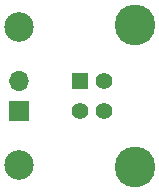
<source format=gbs>
%TF.GenerationSoftware,KiCad,Pcbnew,7.0.5*%
%TF.CreationDate,2024-02-13T09:57:52+02:00*%
%TF.ProjectId,USB Connector,55534220-436f-46e6-9e65-63746f722e6b,V0*%
%TF.SameCoordinates,Original*%
%TF.FileFunction,Soldermask,Bot*%
%TF.FilePolarity,Negative*%
%FSLAX46Y46*%
G04 Gerber Fmt 4.6, Leading zero omitted, Abs format (unit mm)*
G04 Created by KiCad (PCBNEW 7.0.5) date 2024-02-13 09:57:52*
%MOMM*%
%LPD*%
G01*
G04 APERTURE LIST*
%ADD10C,2.500000*%
%ADD11R,1.400000X1.400000*%
%ADD12C,1.400000*%
%ADD13C,3.450000*%
%ADD14R,1.700000X1.700000*%
%ADD15O,1.700000X1.700000*%
G04 APERTURE END LIST*
D10*
%TO.C,H2*%
X-6046000Y5892000D03*
%TD*%
D11*
%TO.C,J2*%
X-854000Y1300000D03*
D12*
X-854000Y-1200000D03*
X1146000Y-1200000D03*
X1146000Y1300000D03*
D13*
X3846000Y6070000D03*
X3846000Y-5970000D03*
%TD*%
D10*
%TO.C,H3*%
X-6046000Y-5792000D03*
%TD*%
D14*
%TO.C,J5*%
X-6046000Y-1220000D03*
D15*
X-6046000Y1320000D03*
%TD*%
M02*

</source>
